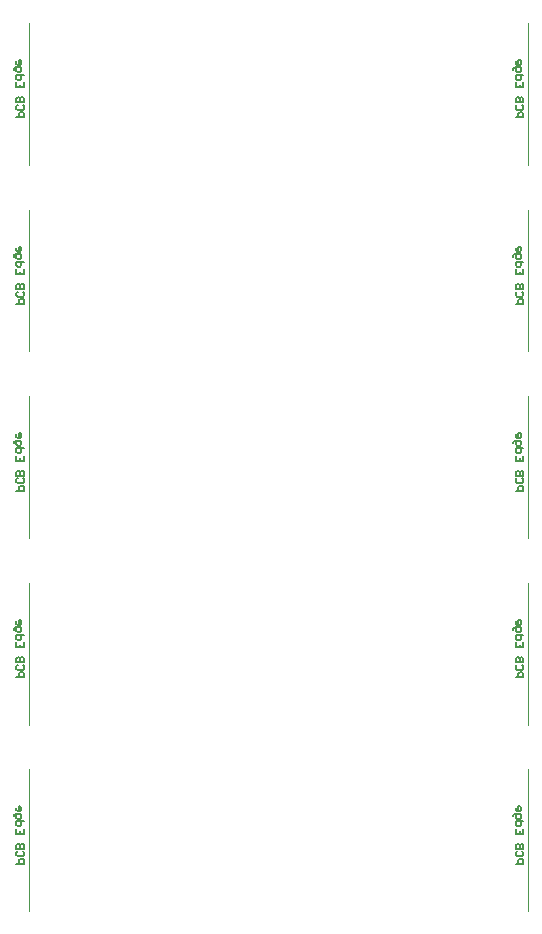
<source format=gm1>
G04*
G04 #@! TF.GenerationSoftware,Altium Limited,Altium Designer,22.10.1 (41)*
G04*
G04 Layer_Color=16711935*
%FSTAX24Y24*%
%MOIN*%
G70*
G04*
G04 #@! TF.SameCoordinates,8E8F082C-EA0B-43D0-983D-46ADB54C0823*
G04*
G04*
G04 #@! TF.FilePolarity,Positive*
G04*
G01*
G75*
%ADD59C,0.0060*%
%ADD60C,0.0039*%
D59*
X017617Y016654D02*
X017867D01*
Y016779D01*
X017826Y016821D01*
X017742D01*
X017701Y016779D01*
Y016654D01*
X017826Y01707D02*
X017867Y017029D01*
Y016946D01*
X017826Y016904D01*
X017659D01*
X017617Y016946D01*
Y017029D01*
X017659Y01707D01*
X017867Y017154D02*
X017617D01*
Y017279D01*
X017659Y01732D01*
X017701D01*
X017742Y017279D01*
Y017154D01*
Y017279D01*
X017784Y01732D01*
X017826D01*
X017867Y017279D01*
Y017154D01*
Y01782D02*
Y017654D01*
X017617D01*
Y01782D01*
X017742Y017654D02*
Y017737D01*
X017867Y01807D02*
X017617D01*
Y017945D01*
X017659Y017904D01*
X017742D01*
X017784Y017945D01*
Y01807D01*
X017534Y018237D02*
Y018278D01*
X017576Y01832D01*
X017784D01*
Y018195D01*
X017742Y018153D01*
X017659D01*
X017617Y018195D01*
Y01832D01*
Y018528D02*
Y018445D01*
X017659Y018403D01*
X017742D01*
X017784Y018445D01*
Y018528D01*
X017742Y01857D01*
X017701D01*
Y018403D01*
X034271Y016654D02*
X034521D01*
Y016779D01*
X034479Y016821D01*
X034396D01*
X034354Y016779D01*
Y016654D01*
X034479Y01707D02*
X034521Y017029D01*
Y016946D01*
X034479Y016904D01*
X034313D01*
X034271Y016946D01*
Y017029D01*
X034313Y01707D01*
X034521Y017154D02*
X034271D01*
Y017279D01*
X034313Y01732D01*
X034354D01*
X034396Y017279D01*
Y017154D01*
Y017279D01*
X034438Y01732D01*
X034479D01*
X034521Y017279D01*
Y017154D01*
Y01782D02*
Y017654D01*
X034271D01*
Y01782D01*
X034396Y017654D02*
Y017737D01*
X034521Y01807D02*
X034271D01*
Y017945D01*
X034313Y017904D01*
X034396D01*
X034438Y017945D01*
Y01807D01*
X034188Y018237D02*
Y018278D01*
X034229Y01832D01*
X034438D01*
Y018195D01*
X034396Y018153D01*
X034313D01*
X034271Y018195D01*
Y01832D01*
Y018528D02*
Y018445D01*
X034313Y018403D01*
X034396D01*
X034438Y018445D01*
Y018528D01*
X034396Y01857D01*
X034354D01*
Y018403D01*
X017617Y022874D02*
X017867D01*
Y022999D01*
X017826Y023041D01*
X017742D01*
X017701Y022999D01*
Y022874D01*
X017826Y023291D02*
X017867Y023249D01*
Y023166D01*
X017826Y023124D01*
X017659D01*
X017617Y023166D01*
Y023249D01*
X017659Y023291D01*
X017867Y023374D02*
X017617D01*
Y023499D01*
X017659Y023541D01*
X017701D01*
X017742Y023499D01*
Y023374D01*
Y023499D01*
X017784Y023541D01*
X017826D01*
X017867Y023499D01*
Y023374D01*
Y024041D02*
Y023874D01*
X017617D01*
Y024041D01*
X017742Y023874D02*
Y023957D01*
X017867Y024291D02*
X017617D01*
Y024166D01*
X017659Y024124D01*
X017742D01*
X017784Y024166D01*
Y024291D01*
X017534Y024457D02*
Y024499D01*
X017576Y024541D01*
X017784D01*
Y024416D01*
X017742Y024374D01*
X017659D01*
X017617Y024416D01*
Y024541D01*
Y024749D02*
Y024665D01*
X017659Y024624D01*
X017742D01*
X017784Y024665D01*
Y024749D01*
X017742Y02479D01*
X017701D01*
Y024624D01*
X034271Y022874D02*
X034521D01*
Y022999D01*
X034479Y023041D01*
X034396D01*
X034354Y022999D01*
Y022874D01*
X034479Y023291D02*
X034521Y023249D01*
Y023166D01*
X034479Y023124D01*
X034313D01*
X034271Y023166D01*
Y023249D01*
X034313Y023291D01*
X034521Y023374D02*
X034271D01*
Y023499D01*
X034313Y023541D01*
X034354D01*
X034396Y023499D01*
Y023374D01*
Y023499D01*
X034438Y023541D01*
X034479D01*
X034521Y023499D01*
Y023374D01*
Y024041D02*
Y023874D01*
X034271D01*
Y024041D01*
X034396Y023874D02*
Y023957D01*
X034521Y024291D02*
X034271D01*
Y024166D01*
X034313Y024124D01*
X034396D01*
X034438Y024166D01*
Y024291D01*
X034188Y024457D02*
Y024499D01*
X034229Y024541D01*
X034438D01*
Y024416D01*
X034396Y024374D01*
X034313D01*
X034271Y024416D01*
Y024541D01*
Y024749D02*
Y024665D01*
X034313Y024624D01*
X034396D01*
X034438Y024665D01*
Y024749D01*
X034396Y02479D01*
X034354D01*
Y024624D01*
X017617Y029095D02*
X017867D01*
Y02922D01*
X017826Y029261D01*
X017742D01*
X017701Y02922D01*
Y029095D01*
X017826Y029511D02*
X017867Y02947D01*
Y029386D01*
X017826Y029345D01*
X017659D01*
X017617Y029386D01*
Y02947D01*
X017659Y029511D01*
X017867Y029595D02*
X017617D01*
Y02972D01*
X017659Y029761D01*
X017701D01*
X017742Y02972D01*
Y029595D01*
Y02972D01*
X017784Y029761D01*
X017826D01*
X017867Y02972D01*
Y029595D01*
Y030261D02*
Y030095D01*
X017617D01*
Y030261D01*
X017742Y030095D02*
Y030178D01*
X017867Y030511D02*
X017617D01*
Y030386D01*
X017659Y030344D01*
X017742D01*
X017784Y030386D01*
Y030511D01*
X017534Y030678D02*
Y030719D01*
X017576Y030761D01*
X017784D01*
Y030636D01*
X017742Y030594D01*
X017659D01*
X017617Y030636D01*
Y030761D01*
Y030969D02*
Y030886D01*
X017659Y030844D01*
X017742D01*
X017784Y030886D01*
Y030969D01*
X017742Y031011D01*
X017701D01*
Y030844D01*
X034271Y029095D02*
X034521D01*
Y02922D01*
X034479Y029261D01*
X034396D01*
X034354Y02922D01*
Y029095D01*
X034479Y029511D02*
X034521Y02947D01*
Y029386D01*
X034479Y029345D01*
X034313D01*
X034271Y029386D01*
Y02947D01*
X034313Y029511D01*
X034521Y029595D02*
X034271D01*
Y02972D01*
X034313Y029761D01*
X034354D01*
X034396Y02972D01*
Y029595D01*
Y02972D01*
X034438Y029761D01*
X034479D01*
X034521Y02972D01*
Y029595D01*
Y030261D02*
Y030095D01*
X034271D01*
Y030261D01*
X034396Y030095D02*
Y030178D01*
X034521Y030511D02*
X034271D01*
Y030386D01*
X034313Y030344D01*
X034396D01*
X034438Y030386D01*
Y030511D01*
X034188Y030678D02*
Y030719D01*
X034229Y030761D01*
X034438D01*
Y030636D01*
X034396Y030594D01*
X034313D01*
X034271Y030636D01*
Y030761D01*
Y030969D02*
Y030886D01*
X034313Y030844D01*
X034396D01*
X034438Y030886D01*
Y030969D01*
X034396Y031011D01*
X034354D01*
Y030844D01*
X017617Y035315D02*
X017867D01*
Y03544D01*
X017826Y035482D01*
X017742D01*
X017701Y03544D01*
Y035315D01*
X017826Y035732D02*
X017867Y03569D01*
Y035607D01*
X017826Y035565D01*
X017659D01*
X017617Y035607D01*
Y03569D01*
X017659Y035732D01*
X017867Y035815D02*
X017617D01*
Y03594D01*
X017659Y035982D01*
X017701D01*
X017742Y03594D01*
Y035815D01*
Y03594D01*
X017784Y035982D01*
X017826D01*
X017867Y03594D01*
Y035815D01*
Y036482D02*
Y036315D01*
X017617D01*
Y036482D01*
X017742Y036315D02*
Y036398D01*
X017867Y036732D02*
X017617D01*
Y036607D01*
X017659Y036565D01*
X017742D01*
X017784Y036607D01*
Y036732D01*
X017534Y036898D02*
Y03694D01*
X017576Y036981D01*
X017784D01*
Y036857D01*
X017742Y036815D01*
X017659D01*
X017617Y036857D01*
Y036981D01*
Y03719D02*
Y037106D01*
X017659Y037065D01*
X017742D01*
X017784Y037106D01*
Y03719D01*
X017742Y037231D01*
X017701D01*
Y037065D01*
X034271Y035315D02*
X034521D01*
Y03544D01*
X034479Y035482D01*
X034396D01*
X034354Y03544D01*
Y035315D01*
X034479Y035732D02*
X034521Y03569D01*
Y035607D01*
X034479Y035565D01*
X034313D01*
X034271Y035607D01*
Y03569D01*
X034313Y035732D01*
X034521Y035815D02*
X034271D01*
Y03594D01*
X034313Y035982D01*
X034354D01*
X034396Y03594D01*
Y035815D01*
Y03594D01*
X034438Y035982D01*
X034479D01*
X034521Y03594D01*
Y035815D01*
Y036482D02*
Y036315D01*
X034271D01*
Y036482D01*
X034396Y036315D02*
Y036398D01*
X034521Y036732D02*
X034271D01*
Y036607D01*
X034313Y036565D01*
X034396D01*
X034438Y036607D01*
Y036732D01*
X034188Y036898D02*
Y03694D01*
X034229Y036981D01*
X034438D01*
Y036857D01*
X034396Y036815D01*
X034313D01*
X034271Y036857D01*
Y036981D01*
Y03719D02*
Y037106D01*
X034313Y037065D01*
X034396D01*
X034438Y037106D01*
Y03719D01*
X034396Y037231D01*
X034354D01*
Y037065D01*
X017617Y041536D02*
X017867D01*
Y041661D01*
X017826Y041702D01*
X017742D01*
X017701Y041661D01*
Y041536D01*
X017826Y041952D02*
X017867Y041911D01*
Y041827D01*
X017826Y041786D01*
X017659D01*
X017617Y041827D01*
Y041911D01*
X017659Y041952D01*
X017867Y042036D02*
X017617D01*
Y042161D01*
X017659Y042202D01*
X017701D01*
X017742Y042161D01*
Y042036D01*
Y042161D01*
X017784Y042202D01*
X017826D01*
X017867Y042161D01*
Y042036D01*
Y042702D02*
Y042535D01*
X017617D01*
Y042702D01*
X017742Y042535D02*
Y042619D01*
X017867Y042952D02*
X017617D01*
Y042827D01*
X017659Y042785D01*
X017742D01*
X017784Y042827D01*
Y042952D01*
X017534Y043119D02*
Y04316D01*
X017576Y043202D01*
X017784D01*
Y043077D01*
X017742Y043035D01*
X017659D01*
X017617Y043077D01*
Y043202D01*
Y04341D02*
Y043327D01*
X017659Y043285D01*
X017742D01*
X017784Y043327D01*
Y04341D01*
X017742Y043452D01*
X017701D01*
Y043285D01*
X034271Y041536D02*
X034521D01*
Y041661D01*
X034479Y041702D01*
X034396D01*
X034354Y041661D01*
Y041536D01*
X034479Y041952D02*
X034521Y041911D01*
Y041827D01*
X034479Y041786D01*
X034313D01*
X034271Y041827D01*
Y041911D01*
X034313Y041952D01*
X034521Y042036D02*
X034271D01*
Y042161D01*
X034313Y042202D01*
X034354D01*
X034396Y042161D01*
Y042036D01*
Y042161D01*
X034438Y042202D01*
X034479D01*
X034521Y042161D01*
Y042036D01*
Y042702D02*
Y042535D01*
X034271D01*
Y042702D01*
X034396Y042535D02*
Y042619D01*
X034521Y042952D02*
X034271D01*
Y042827D01*
X034313Y042785D01*
X034396D01*
X034438Y042827D01*
Y042952D01*
X034188Y043119D02*
Y04316D01*
X034229Y043202D01*
X034438D01*
Y043077D01*
X034396Y043035D01*
X034313D01*
X034271Y043077D01*
Y043202D01*
Y04341D02*
Y043327D01*
X034313Y043285D01*
X034396D01*
X034438Y043327D01*
Y04341D01*
X034396Y043452D01*
X034354D01*
Y043285D01*
D60*
X018031Y015079D02*
Y019804D01*
X034684Y015079D02*
Y019804D01*
X018031Y0213D02*
Y026024D01*
X034684Y0213D02*
Y026024D01*
X018031Y02752D02*
Y032244D01*
X034684Y02752D02*
Y032244D01*
X018031Y033741D02*
Y038465D01*
X034684Y033741D02*
Y038465D01*
X018031Y039961D02*
Y044685D01*
X034684Y039961D02*
Y044685D01*
M02*

</source>
